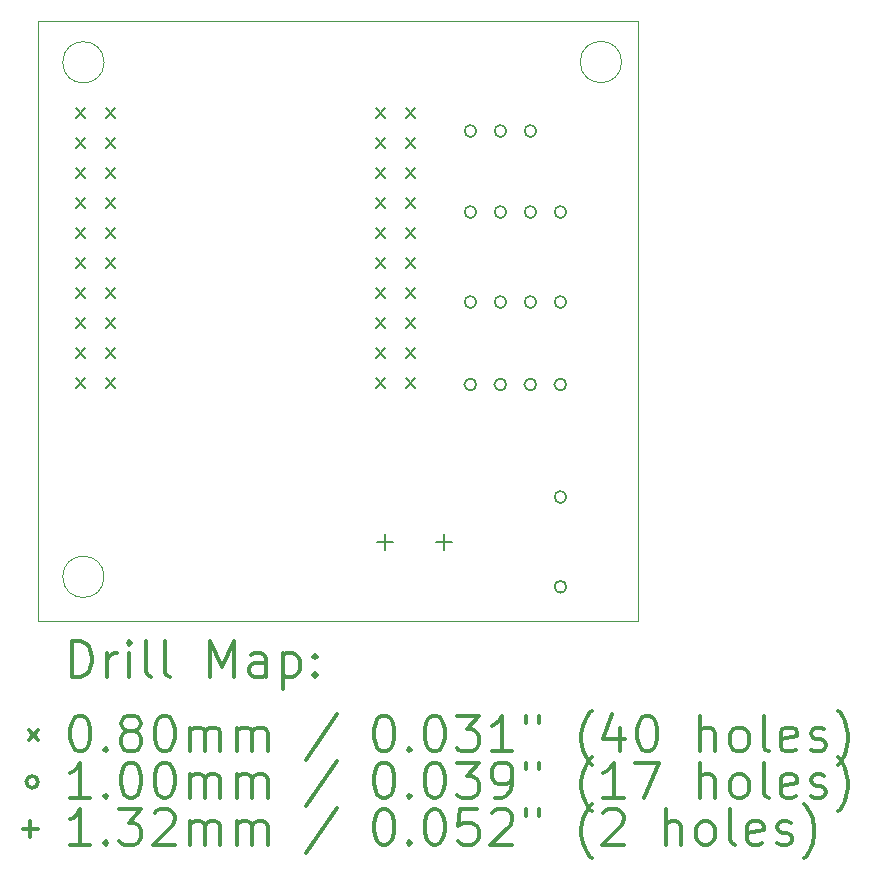
<source format=gbr>
%FSLAX45Y45*%
G04 Gerber Fmt 4.5, Leading zero omitted, Abs format (unit mm)*
G04 Created by KiCad (PCBNEW (5.1.5)-3) date 2023-03-15 23:12:14*
%MOMM*%
%LPD*%
G04 APERTURE LIST*
%TA.AperFunction,Profile*%
%ADD10C,0.050000*%
%TD*%
%ADD11C,0.200000*%
%ADD12C,0.300000*%
G04 APERTURE END LIST*
D10*
X14526000Y-7965700D02*
G75*
G03X14526000Y-7965700I-175000J0D01*
G01*
X14526000Y-12321800D02*
G75*
G03X14526000Y-12321800I-175000J0D01*
G01*
X18907500Y-7962900D02*
G75*
G03X18907500Y-7962900I-175000J0D01*
G01*
X13970000Y-7620000D02*
X13970000Y-12700000D01*
X19050000Y-7620000D02*
X13970000Y-7620000D01*
X19050000Y-12700000D02*
X19050000Y-7620000D01*
X13970000Y-12700000D02*
X19050000Y-12700000D01*
D11*
X14285600Y-8354700D02*
X14365600Y-8434700D01*
X14365600Y-8354700D02*
X14285600Y-8434700D01*
X14285600Y-8608700D02*
X14365600Y-8688700D01*
X14365600Y-8608700D02*
X14285600Y-8688700D01*
X14285600Y-8862700D02*
X14365600Y-8942700D01*
X14365600Y-8862700D02*
X14285600Y-8942700D01*
X14285600Y-9116700D02*
X14365600Y-9196700D01*
X14365600Y-9116700D02*
X14285600Y-9196700D01*
X14285600Y-9370700D02*
X14365600Y-9450700D01*
X14365600Y-9370700D02*
X14285600Y-9450700D01*
X14285600Y-9624700D02*
X14365600Y-9704700D01*
X14365600Y-9624700D02*
X14285600Y-9704700D01*
X14285600Y-9878700D02*
X14365600Y-9958700D01*
X14365600Y-9878700D02*
X14285600Y-9958700D01*
X14285600Y-10132700D02*
X14365600Y-10212700D01*
X14365600Y-10132700D02*
X14285600Y-10212700D01*
X14285600Y-10386700D02*
X14365600Y-10466700D01*
X14365600Y-10386700D02*
X14285600Y-10466700D01*
X14285600Y-10640700D02*
X14365600Y-10720700D01*
X14365600Y-10640700D02*
X14285600Y-10720700D01*
X14539600Y-8354700D02*
X14619600Y-8434700D01*
X14619600Y-8354700D02*
X14539600Y-8434700D01*
X14539600Y-8608700D02*
X14619600Y-8688700D01*
X14619600Y-8608700D02*
X14539600Y-8688700D01*
X14539600Y-8862700D02*
X14619600Y-8942700D01*
X14619600Y-8862700D02*
X14539600Y-8942700D01*
X14539600Y-9116700D02*
X14619600Y-9196700D01*
X14619600Y-9116700D02*
X14539600Y-9196700D01*
X14539600Y-9370700D02*
X14619600Y-9450700D01*
X14619600Y-9370700D02*
X14539600Y-9450700D01*
X14539600Y-9624700D02*
X14619600Y-9704700D01*
X14619600Y-9624700D02*
X14539600Y-9704700D01*
X14539600Y-9878700D02*
X14619600Y-9958700D01*
X14619600Y-9878700D02*
X14539600Y-9958700D01*
X14539600Y-10132700D02*
X14619600Y-10212700D01*
X14619600Y-10132700D02*
X14539600Y-10212700D01*
X14539600Y-10386700D02*
X14619600Y-10466700D01*
X14619600Y-10386700D02*
X14539600Y-10466700D01*
X14539600Y-10640700D02*
X14619600Y-10720700D01*
X14619600Y-10640700D02*
X14539600Y-10720700D01*
X16825600Y-8354700D02*
X16905600Y-8434700D01*
X16905600Y-8354700D02*
X16825600Y-8434700D01*
X16825600Y-8608700D02*
X16905600Y-8688700D01*
X16905600Y-8608700D02*
X16825600Y-8688700D01*
X16825600Y-8862700D02*
X16905600Y-8942700D01*
X16905600Y-8862700D02*
X16825600Y-8942700D01*
X16825600Y-9116700D02*
X16905600Y-9196700D01*
X16905600Y-9116700D02*
X16825600Y-9196700D01*
X16825600Y-9370700D02*
X16905600Y-9450700D01*
X16905600Y-9370700D02*
X16825600Y-9450700D01*
X16825600Y-9624700D02*
X16905600Y-9704700D01*
X16905600Y-9624700D02*
X16825600Y-9704700D01*
X16825600Y-9878700D02*
X16905600Y-9958700D01*
X16905600Y-9878700D02*
X16825600Y-9958700D01*
X16825600Y-10132700D02*
X16905600Y-10212700D01*
X16905600Y-10132700D02*
X16825600Y-10212700D01*
X16825600Y-10386700D02*
X16905600Y-10466700D01*
X16905600Y-10386700D02*
X16825600Y-10466700D01*
X16825600Y-10640700D02*
X16905600Y-10720700D01*
X16905600Y-10640700D02*
X16825600Y-10720700D01*
X17079600Y-8354700D02*
X17159600Y-8434700D01*
X17159600Y-8354700D02*
X17079600Y-8434700D01*
X17079600Y-8608700D02*
X17159600Y-8688700D01*
X17159600Y-8608700D02*
X17079600Y-8688700D01*
X17079600Y-8862700D02*
X17159600Y-8942700D01*
X17159600Y-8862700D02*
X17079600Y-8942700D01*
X17079600Y-9116700D02*
X17159600Y-9196700D01*
X17159600Y-9116700D02*
X17079600Y-9196700D01*
X17079600Y-9370700D02*
X17159600Y-9450700D01*
X17159600Y-9370700D02*
X17079600Y-9450700D01*
X17079600Y-9624700D02*
X17159600Y-9704700D01*
X17159600Y-9624700D02*
X17079600Y-9704700D01*
X17079600Y-9878700D02*
X17159600Y-9958700D01*
X17159600Y-9878700D02*
X17079600Y-9958700D01*
X17079600Y-10132700D02*
X17159600Y-10212700D01*
X17159600Y-10132700D02*
X17079600Y-10212700D01*
X17079600Y-10386700D02*
X17159600Y-10466700D01*
X17159600Y-10386700D02*
X17079600Y-10466700D01*
X17079600Y-10640700D02*
X17159600Y-10720700D01*
X17159600Y-10640700D02*
X17079600Y-10720700D01*
X17677600Y-8547100D02*
G75*
G03X17677600Y-8547100I-50000J0D01*
G01*
X17931600Y-8547100D02*
G75*
G03X17931600Y-8547100I-50000J0D01*
G01*
X18185600Y-8547100D02*
G75*
G03X18185600Y-8547100I-50000J0D01*
G01*
X17677600Y-10693400D02*
G75*
G03X17677600Y-10693400I-50000J0D01*
G01*
X17931600Y-10693400D02*
G75*
G03X17931600Y-10693400I-50000J0D01*
G01*
X18185600Y-10693400D02*
G75*
G03X18185600Y-10693400I-50000J0D01*
G01*
X18439600Y-10693400D02*
G75*
G03X18439600Y-10693400I-50000J0D01*
G01*
X18439600Y-11645900D02*
G75*
G03X18439600Y-11645900I-50000J0D01*
G01*
X18439600Y-12405900D02*
G75*
G03X18439600Y-12405900I-50000J0D01*
G01*
X17677600Y-9232900D02*
G75*
G03X17677600Y-9232900I-50000J0D01*
G01*
X17931600Y-9232900D02*
G75*
G03X17931600Y-9232900I-50000J0D01*
G01*
X18185600Y-9232900D02*
G75*
G03X18185600Y-9232900I-50000J0D01*
G01*
X18439600Y-9232900D02*
G75*
G03X18439600Y-9232900I-50000J0D01*
G01*
X17677600Y-9994900D02*
G75*
G03X17677600Y-9994900I-50000J0D01*
G01*
X17931600Y-9994900D02*
G75*
G03X17931600Y-9994900I-50000J0D01*
G01*
X18185600Y-9994900D02*
G75*
G03X18185600Y-9994900I-50000J0D01*
G01*
X18439600Y-9994900D02*
G75*
G03X18439600Y-9994900I-50000J0D01*
G01*
X16903700Y-11960900D02*
X16903700Y-12092900D01*
X16837700Y-12026900D02*
X16969700Y-12026900D01*
X17403700Y-11960900D02*
X17403700Y-12092900D01*
X17337700Y-12026900D02*
X17469700Y-12026900D01*
D12*
X14253928Y-13168214D02*
X14253928Y-12868214D01*
X14325357Y-12868214D01*
X14368214Y-12882500D01*
X14396786Y-12911071D01*
X14411071Y-12939643D01*
X14425357Y-12996786D01*
X14425357Y-13039643D01*
X14411071Y-13096786D01*
X14396786Y-13125357D01*
X14368214Y-13153929D01*
X14325357Y-13168214D01*
X14253928Y-13168214D01*
X14553928Y-13168214D02*
X14553928Y-12968214D01*
X14553928Y-13025357D02*
X14568214Y-12996786D01*
X14582500Y-12982500D01*
X14611071Y-12968214D01*
X14639643Y-12968214D01*
X14739643Y-13168214D02*
X14739643Y-12968214D01*
X14739643Y-12868214D02*
X14725357Y-12882500D01*
X14739643Y-12896786D01*
X14753928Y-12882500D01*
X14739643Y-12868214D01*
X14739643Y-12896786D01*
X14925357Y-13168214D02*
X14896786Y-13153929D01*
X14882500Y-13125357D01*
X14882500Y-12868214D01*
X15082500Y-13168214D02*
X15053928Y-13153929D01*
X15039643Y-13125357D01*
X15039643Y-12868214D01*
X15425357Y-13168214D02*
X15425357Y-12868214D01*
X15525357Y-13082500D01*
X15625357Y-12868214D01*
X15625357Y-13168214D01*
X15896786Y-13168214D02*
X15896786Y-13011071D01*
X15882500Y-12982500D01*
X15853928Y-12968214D01*
X15796786Y-12968214D01*
X15768214Y-12982500D01*
X15896786Y-13153929D02*
X15868214Y-13168214D01*
X15796786Y-13168214D01*
X15768214Y-13153929D01*
X15753928Y-13125357D01*
X15753928Y-13096786D01*
X15768214Y-13068214D01*
X15796786Y-13053929D01*
X15868214Y-13053929D01*
X15896786Y-13039643D01*
X16039643Y-12968214D02*
X16039643Y-13268214D01*
X16039643Y-12982500D02*
X16068214Y-12968214D01*
X16125357Y-12968214D01*
X16153928Y-12982500D01*
X16168214Y-12996786D01*
X16182500Y-13025357D01*
X16182500Y-13111071D01*
X16168214Y-13139643D01*
X16153928Y-13153929D01*
X16125357Y-13168214D01*
X16068214Y-13168214D01*
X16039643Y-13153929D01*
X16311071Y-13139643D02*
X16325357Y-13153929D01*
X16311071Y-13168214D01*
X16296786Y-13153929D01*
X16311071Y-13139643D01*
X16311071Y-13168214D01*
X16311071Y-12982500D02*
X16325357Y-12996786D01*
X16311071Y-13011071D01*
X16296786Y-12996786D01*
X16311071Y-12982500D01*
X16311071Y-13011071D01*
X13887500Y-13622500D02*
X13967500Y-13702500D01*
X13967500Y-13622500D02*
X13887500Y-13702500D01*
X14311071Y-13498214D02*
X14339643Y-13498214D01*
X14368214Y-13512500D01*
X14382500Y-13526786D01*
X14396786Y-13555357D01*
X14411071Y-13612500D01*
X14411071Y-13683929D01*
X14396786Y-13741071D01*
X14382500Y-13769643D01*
X14368214Y-13783929D01*
X14339643Y-13798214D01*
X14311071Y-13798214D01*
X14282500Y-13783929D01*
X14268214Y-13769643D01*
X14253928Y-13741071D01*
X14239643Y-13683929D01*
X14239643Y-13612500D01*
X14253928Y-13555357D01*
X14268214Y-13526786D01*
X14282500Y-13512500D01*
X14311071Y-13498214D01*
X14539643Y-13769643D02*
X14553928Y-13783929D01*
X14539643Y-13798214D01*
X14525357Y-13783929D01*
X14539643Y-13769643D01*
X14539643Y-13798214D01*
X14725357Y-13626786D02*
X14696786Y-13612500D01*
X14682500Y-13598214D01*
X14668214Y-13569643D01*
X14668214Y-13555357D01*
X14682500Y-13526786D01*
X14696786Y-13512500D01*
X14725357Y-13498214D01*
X14782500Y-13498214D01*
X14811071Y-13512500D01*
X14825357Y-13526786D01*
X14839643Y-13555357D01*
X14839643Y-13569643D01*
X14825357Y-13598214D01*
X14811071Y-13612500D01*
X14782500Y-13626786D01*
X14725357Y-13626786D01*
X14696786Y-13641071D01*
X14682500Y-13655357D01*
X14668214Y-13683929D01*
X14668214Y-13741071D01*
X14682500Y-13769643D01*
X14696786Y-13783929D01*
X14725357Y-13798214D01*
X14782500Y-13798214D01*
X14811071Y-13783929D01*
X14825357Y-13769643D01*
X14839643Y-13741071D01*
X14839643Y-13683929D01*
X14825357Y-13655357D01*
X14811071Y-13641071D01*
X14782500Y-13626786D01*
X15025357Y-13498214D02*
X15053928Y-13498214D01*
X15082500Y-13512500D01*
X15096786Y-13526786D01*
X15111071Y-13555357D01*
X15125357Y-13612500D01*
X15125357Y-13683929D01*
X15111071Y-13741071D01*
X15096786Y-13769643D01*
X15082500Y-13783929D01*
X15053928Y-13798214D01*
X15025357Y-13798214D01*
X14996786Y-13783929D01*
X14982500Y-13769643D01*
X14968214Y-13741071D01*
X14953928Y-13683929D01*
X14953928Y-13612500D01*
X14968214Y-13555357D01*
X14982500Y-13526786D01*
X14996786Y-13512500D01*
X15025357Y-13498214D01*
X15253928Y-13798214D02*
X15253928Y-13598214D01*
X15253928Y-13626786D02*
X15268214Y-13612500D01*
X15296786Y-13598214D01*
X15339643Y-13598214D01*
X15368214Y-13612500D01*
X15382500Y-13641071D01*
X15382500Y-13798214D01*
X15382500Y-13641071D02*
X15396786Y-13612500D01*
X15425357Y-13598214D01*
X15468214Y-13598214D01*
X15496786Y-13612500D01*
X15511071Y-13641071D01*
X15511071Y-13798214D01*
X15653928Y-13798214D02*
X15653928Y-13598214D01*
X15653928Y-13626786D02*
X15668214Y-13612500D01*
X15696786Y-13598214D01*
X15739643Y-13598214D01*
X15768214Y-13612500D01*
X15782500Y-13641071D01*
X15782500Y-13798214D01*
X15782500Y-13641071D02*
X15796786Y-13612500D01*
X15825357Y-13598214D01*
X15868214Y-13598214D01*
X15896786Y-13612500D01*
X15911071Y-13641071D01*
X15911071Y-13798214D01*
X16496786Y-13483929D02*
X16239643Y-13869643D01*
X16882500Y-13498214D02*
X16911071Y-13498214D01*
X16939643Y-13512500D01*
X16953928Y-13526786D01*
X16968214Y-13555357D01*
X16982500Y-13612500D01*
X16982500Y-13683929D01*
X16968214Y-13741071D01*
X16953928Y-13769643D01*
X16939643Y-13783929D01*
X16911071Y-13798214D01*
X16882500Y-13798214D01*
X16853928Y-13783929D01*
X16839643Y-13769643D01*
X16825357Y-13741071D01*
X16811071Y-13683929D01*
X16811071Y-13612500D01*
X16825357Y-13555357D01*
X16839643Y-13526786D01*
X16853928Y-13512500D01*
X16882500Y-13498214D01*
X17111071Y-13769643D02*
X17125357Y-13783929D01*
X17111071Y-13798214D01*
X17096786Y-13783929D01*
X17111071Y-13769643D01*
X17111071Y-13798214D01*
X17311071Y-13498214D02*
X17339643Y-13498214D01*
X17368214Y-13512500D01*
X17382500Y-13526786D01*
X17396786Y-13555357D01*
X17411071Y-13612500D01*
X17411071Y-13683929D01*
X17396786Y-13741071D01*
X17382500Y-13769643D01*
X17368214Y-13783929D01*
X17339643Y-13798214D01*
X17311071Y-13798214D01*
X17282500Y-13783929D01*
X17268214Y-13769643D01*
X17253928Y-13741071D01*
X17239643Y-13683929D01*
X17239643Y-13612500D01*
X17253928Y-13555357D01*
X17268214Y-13526786D01*
X17282500Y-13512500D01*
X17311071Y-13498214D01*
X17511071Y-13498214D02*
X17696786Y-13498214D01*
X17596786Y-13612500D01*
X17639643Y-13612500D01*
X17668214Y-13626786D01*
X17682500Y-13641071D01*
X17696786Y-13669643D01*
X17696786Y-13741071D01*
X17682500Y-13769643D01*
X17668214Y-13783929D01*
X17639643Y-13798214D01*
X17553928Y-13798214D01*
X17525357Y-13783929D01*
X17511071Y-13769643D01*
X17982500Y-13798214D02*
X17811071Y-13798214D01*
X17896786Y-13798214D02*
X17896786Y-13498214D01*
X17868214Y-13541071D01*
X17839643Y-13569643D01*
X17811071Y-13583929D01*
X18096786Y-13498214D02*
X18096786Y-13555357D01*
X18211071Y-13498214D02*
X18211071Y-13555357D01*
X18653928Y-13912500D02*
X18639643Y-13898214D01*
X18611071Y-13855357D01*
X18596786Y-13826786D01*
X18582500Y-13783929D01*
X18568214Y-13712500D01*
X18568214Y-13655357D01*
X18582500Y-13583929D01*
X18596786Y-13541071D01*
X18611071Y-13512500D01*
X18639643Y-13469643D01*
X18653928Y-13455357D01*
X18896786Y-13598214D02*
X18896786Y-13798214D01*
X18825357Y-13483929D02*
X18753928Y-13698214D01*
X18939643Y-13698214D01*
X19111071Y-13498214D02*
X19139643Y-13498214D01*
X19168214Y-13512500D01*
X19182500Y-13526786D01*
X19196786Y-13555357D01*
X19211071Y-13612500D01*
X19211071Y-13683929D01*
X19196786Y-13741071D01*
X19182500Y-13769643D01*
X19168214Y-13783929D01*
X19139643Y-13798214D01*
X19111071Y-13798214D01*
X19082500Y-13783929D01*
X19068214Y-13769643D01*
X19053928Y-13741071D01*
X19039643Y-13683929D01*
X19039643Y-13612500D01*
X19053928Y-13555357D01*
X19068214Y-13526786D01*
X19082500Y-13512500D01*
X19111071Y-13498214D01*
X19568214Y-13798214D02*
X19568214Y-13498214D01*
X19696786Y-13798214D02*
X19696786Y-13641071D01*
X19682500Y-13612500D01*
X19653928Y-13598214D01*
X19611071Y-13598214D01*
X19582500Y-13612500D01*
X19568214Y-13626786D01*
X19882500Y-13798214D02*
X19853928Y-13783929D01*
X19839643Y-13769643D01*
X19825357Y-13741071D01*
X19825357Y-13655357D01*
X19839643Y-13626786D01*
X19853928Y-13612500D01*
X19882500Y-13598214D01*
X19925357Y-13598214D01*
X19953928Y-13612500D01*
X19968214Y-13626786D01*
X19982500Y-13655357D01*
X19982500Y-13741071D01*
X19968214Y-13769643D01*
X19953928Y-13783929D01*
X19925357Y-13798214D01*
X19882500Y-13798214D01*
X20153928Y-13798214D02*
X20125357Y-13783929D01*
X20111071Y-13755357D01*
X20111071Y-13498214D01*
X20382500Y-13783929D02*
X20353928Y-13798214D01*
X20296786Y-13798214D01*
X20268214Y-13783929D01*
X20253928Y-13755357D01*
X20253928Y-13641071D01*
X20268214Y-13612500D01*
X20296786Y-13598214D01*
X20353928Y-13598214D01*
X20382500Y-13612500D01*
X20396786Y-13641071D01*
X20396786Y-13669643D01*
X20253928Y-13698214D01*
X20511071Y-13783929D02*
X20539643Y-13798214D01*
X20596786Y-13798214D01*
X20625357Y-13783929D01*
X20639643Y-13755357D01*
X20639643Y-13741071D01*
X20625357Y-13712500D01*
X20596786Y-13698214D01*
X20553928Y-13698214D01*
X20525357Y-13683929D01*
X20511071Y-13655357D01*
X20511071Y-13641071D01*
X20525357Y-13612500D01*
X20553928Y-13598214D01*
X20596786Y-13598214D01*
X20625357Y-13612500D01*
X20739643Y-13912500D02*
X20753928Y-13898214D01*
X20782500Y-13855357D01*
X20796786Y-13826786D01*
X20811071Y-13783929D01*
X20825357Y-13712500D01*
X20825357Y-13655357D01*
X20811071Y-13583929D01*
X20796786Y-13541071D01*
X20782500Y-13512500D01*
X20753928Y-13469643D01*
X20739643Y-13455357D01*
X13967500Y-14058500D02*
G75*
G03X13967500Y-14058500I-50000J0D01*
G01*
X14411071Y-14194214D02*
X14239643Y-14194214D01*
X14325357Y-14194214D02*
X14325357Y-13894214D01*
X14296786Y-13937071D01*
X14268214Y-13965643D01*
X14239643Y-13979929D01*
X14539643Y-14165643D02*
X14553928Y-14179929D01*
X14539643Y-14194214D01*
X14525357Y-14179929D01*
X14539643Y-14165643D01*
X14539643Y-14194214D01*
X14739643Y-13894214D02*
X14768214Y-13894214D01*
X14796786Y-13908500D01*
X14811071Y-13922786D01*
X14825357Y-13951357D01*
X14839643Y-14008500D01*
X14839643Y-14079929D01*
X14825357Y-14137071D01*
X14811071Y-14165643D01*
X14796786Y-14179929D01*
X14768214Y-14194214D01*
X14739643Y-14194214D01*
X14711071Y-14179929D01*
X14696786Y-14165643D01*
X14682500Y-14137071D01*
X14668214Y-14079929D01*
X14668214Y-14008500D01*
X14682500Y-13951357D01*
X14696786Y-13922786D01*
X14711071Y-13908500D01*
X14739643Y-13894214D01*
X15025357Y-13894214D02*
X15053928Y-13894214D01*
X15082500Y-13908500D01*
X15096786Y-13922786D01*
X15111071Y-13951357D01*
X15125357Y-14008500D01*
X15125357Y-14079929D01*
X15111071Y-14137071D01*
X15096786Y-14165643D01*
X15082500Y-14179929D01*
X15053928Y-14194214D01*
X15025357Y-14194214D01*
X14996786Y-14179929D01*
X14982500Y-14165643D01*
X14968214Y-14137071D01*
X14953928Y-14079929D01*
X14953928Y-14008500D01*
X14968214Y-13951357D01*
X14982500Y-13922786D01*
X14996786Y-13908500D01*
X15025357Y-13894214D01*
X15253928Y-14194214D02*
X15253928Y-13994214D01*
X15253928Y-14022786D02*
X15268214Y-14008500D01*
X15296786Y-13994214D01*
X15339643Y-13994214D01*
X15368214Y-14008500D01*
X15382500Y-14037071D01*
X15382500Y-14194214D01*
X15382500Y-14037071D02*
X15396786Y-14008500D01*
X15425357Y-13994214D01*
X15468214Y-13994214D01*
X15496786Y-14008500D01*
X15511071Y-14037071D01*
X15511071Y-14194214D01*
X15653928Y-14194214D02*
X15653928Y-13994214D01*
X15653928Y-14022786D02*
X15668214Y-14008500D01*
X15696786Y-13994214D01*
X15739643Y-13994214D01*
X15768214Y-14008500D01*
X15782500Y-14037071D01*
X15782500Y-14194214D01*
X15782500Y-14037071D02*
X15796786Y-14008500D01*
X15825357Y-13994214D01*
X15868214Y-13994214D01*
X15896786Y-14008500D01*
X15911071Y-14037071D01*
X15911071Y-14194214D01*
X16496786Y-13879929D02*
X16239643Y-14265643D01*
X16882500Y-13894214D02*
X16911071Y-13894214D01*
X16939643Y-13908500D01*
X16953928Y-13922786D01*
X16968214Y-13951357D01*
X16982500Y-14008500D01*
X16982500Y-14079929D01*
X16968214Y-14137071D01*
X16953928Y-14165643D01*
X16939643Y-14179929D01*
X16911071Y-14194214D01*
X16882500Y-14194214D01*
X16853928Y-14179929D01*
X16839643Y-14165643D01*
X16825357Y-14137071D01*
X16811071Y-14079929D01*
X16811071Y-14008500D01*
X16825357Y-13951357D01*
X16839643Y-13922786D01*
X16853928Y-13908500D01*
X16882500Y-13894214D01*
X17111071Y-14165643D02*
X17125357Y-14179929D01*
X17111071Y-14194214D01*
X17096786Y-14179929D01*
X17111071Y-14165643D01*
X17111071Y-14194214D01*
X17311071Y-13894214D02*
X17339643Y-13894214D01*
X17368214Y-13908500D01*
X17382500Y-13922786D01*
X17396786Y-13951357D01*
X17411071Y-14008500D01*
X17411071Y-14079929D01*
X17396786Y-14137071D01*
X17382500Y-14165643D01*
X17368214Y-14179929D01*
X17339643Y-14194214D01*
X17311071Y-14194214D01*
X17282500Y-14179929D01*
X17268214Y-14165643D01*
X17253928Y-14137071D01*
X17239643Y-14079929D01*
X17239643Y-14008500D01*
X17253928Y-13951357D01*
X17268214Y-13922786D01*
X17282500Y-13908500D01*
X17311071Y-13894214D01*
X17511071Y-13894214D02*
X17696786Y-13894214D01*
X17596786Y-14008500D01*
X17639643Y-14008500D01*
X17668214Y-14022786D01*
X17682500Y-14037071D01*
X17696786Y-14065643D01*
X17696786Y-14137071D01*
X17682500Y-14165643D01*
X17668214Y-14179929D01*
X17639643Y-14194214D01*
X17553928Y-14194214D01*
X17525357Y-14179929D01*
X17511071Y-14165643D01*
X17839643Y-14194214D02*
X17896786Y-14194214D01*
X17925357Y-14179929D01*
X17939643Y-14165643D01*
X17968214Y-14122786D01*
X17982500Y-14065643D01*
X17982500Y-13951357D01*
X17968214Y-13922786D01*
X17953928Y-13908500D01*
X17925357Y-13894214D01*
X17868214Y-13894214D01*
X17839643Y-13908500D01*
X17825357Y-13922786D01*
X17811071Y-13951357D01*
X17811071Y-14022786D01*
X17825357Y-14051357D01*
X17839643Y-14065643D01*
X17868214Y-14079929D01*
X17925357Y-14079929D01*
X17953928Y-14065643D01*
X17968214Y-14051357D01*
X17982500Y-14022786D01*
X18096786Y-13894214D02*
X18096786Y-13951357D01*
X18211071Y-13894214D02*
X18211071Y-13951357D01*
X18653928Y-14308500D02*
X18639643Y-14294214D01*
X18611071Y-14251357D01*
X18596786Y-14222786D01*
X18582500Y-14179929D01*
X18568214Y-14108500D01*
X18568214Y-14051357D01*
X18582500Y-13979929D01*
X18596786Y-13937071D01*
X18611071Y-13908500D01*
X18639643Y-13865643D01*
X18653928Y-13851357D01*
X18925357Y-14194214D02*
X18753928Y-14194214D01*
X18839643Y-14194214D02*
X18839643Y-13894214D01*
X18811071Y-13937071D01*
X18782500Y-13965643D01*
X18753928Y-13979929D01*
X19025357Y-13894214D02*
X19225357Y-13894214D01*
X19096786Y-14194214D01*
X19568214Y-14194214D02*
X19568214Y-13894214D01*
X19696786Y-14194214D02*
X19696786Y-14037071D01*
X19682500Y-14008500D01*
X19653928Y-13994214D01*
X19611071Y-13994214D01*
X19582500Y-14008500D01*
X19568214Y-14022786D01*
X19882500Y-14194214D02*
X19853928Y-14179929D01*
X19839643Y-14165643D01*
X19825357Y-14137071D01*
X19825357Y-14051357D01*
X19839643Y-14022786D01*
X19853928Y-14008500D01*
X19882500Y-13994214D01*
X19925357Y-13994214D01*
X19953928Y-14008500D01*
X19968214Y-14022786D01*
X19982500Y-14051357D01*
X19982500Y-14137071D01*
X19968214Y-14165643D01*
X19953928Y-14179929D01*
X19925357Y-14194214D01*
X19882500Y-14194214D01*
X20153928Y-14194214D02*
X20125357Y-14179929D01*
X20111071Y-14151357D01*
X20111071Y-13894214D01*
X20382500Y-14179929D02*
X20353928Y-14194214D01*
X20296786Y-14194214D01*
X20268214Y-14179929D01*
X20253928Y-14151357D01*
X20253928Y-14037071D01*
X20268214Y-14008500D01*
X20296786Y-13994214D01*
X20353928Y-13994214D01*
X20382500Y-14008500D01*
X20396786Y-14037071D01*
X20396786Y-14065643D01*
X20253928Y-14094214D01*
X20511071Y-14179929D02*
X20539643Y-14194214D01*
X20596786Y-14194214D01*
X20625357Y-14179929D01*
X20639643Y-14151357D01*
X20639643Y-14137071D01*
X20625357Y-14108500D01*
X20596786Y-14094214D01*
X20553928Y-14094214D01*
X20525357Y-14079929D01*
X20511071Y-14051357D01*
X20511071Y-14037071D01*
X20525357Y-14008500D01*
X20553928Y-13994214D01*
X20596786Y-13994214D01*
X20625357Y-14008500D01*
X20739643Y-14308500D02*
X20753928Y-14294214D01*
X20782500Y-14251357D01*
X20796786Y-14222786D01*
X20811071Y-14179929D01*
X20825357Y-14108500D01*
X20825357Y-14051357D01*
X20811071Y-13979929D01*
X20796786Y-13937071D01*
X20782500Y-13908500D01*
X20753928Y-13865643D01*
X20739643Y-13851357D01*
X13901500Y-14388500D02*
X13901500Y-14520500D01*
X13835500Y-14454500D02*
X13967500Y-14454500D01*
X14411071Y-14590214D02*
X14239643Y-14590214D01*
X14325357Y-14590214D02*
X14325357Y-14290214D01*
X14296786Y-14333071D01*
X14268214Y-14361643D01*
X14239643Y-14375929D01*
X14539643Y-14561643D02*
X14553928Y-14575929D01*
X14539643Y-14590214D01*
X14525357Y-14575929D01*
X14539643Y-14561643D01*
X14539643Y-14590214D01*
X14653928Y-14290214D02*
X14839643Y-14290214D01*
X14739643Y-14404500D01*
X14782500Y-14404500D01*
X14811071Y-14418786D01*
X14825357Y-14433071D01*
X14839643Y-14461643D01*
X14839643Y-14533071D01*
X14825357Y-14561643D01*
X14811071Y-14575929D01*
X14782500Y-14590214D01*
X14696786Y-14590214D01*
X14668214Y-14575929D01*
X14653928Y-14561643D01*
X14953928Y-14318786D02*
X14968214Y-14304500D01*
X14996786Y-14290214D01*
X15068214Y-14290214D01*
X15096786Y-14304500D01*
X15111071Y-14318786D01*
X15125357Y-14347357D01*
X15125357Y-14375929D01*
X15111071Y-14418786D01*
X14939643Y-14590214D01*
X15125357Y-14590214D01*
X15253928Y-14590214D02*
X15253928Y-14390214D01*
X15253928Y-14418786D02*
X15268214Y-14404500D01*
X15296786Y-14390214D01*
X15339643Y-14390214D01*
X15368214Y-14404500D01*
X15382500Y-14433071D01*
X15382500Y-14590214D01*
X15382500Y-14433071D02*
X15396786Y-14404500D01*
X15425357Y-14390214D01*
X15468214Y-14390214D01*
X15496786Y-14404500D01*
X15511071Y-14433071D01*
X15511071Y-14590214D01*
X15653928Y-14590214D02*
X15653928Y-14390214D01*
X15653928Y-14418786D02*
X15668214Y-14404500D01*
X15696786Y-14390214D01*
X15739643Y-14390214D01*
X15768214Y-14404500D01*
X15782500Y-14433071D01*
X15782500Y-14590214D01*
X15782500Y-14433071D02*
X15796786Y-14404500D01*
X15825357Y-14390214D01*
X15868214Y-14390214D01*
X15896786Y-14404500D01*
X15911071Y-14433071D01*
X15911071Y-14590214D01*
X16496786Y-14275929D02*
X16239643Y-14661643D01*
X16882500Y-14290214D02*
X16911071Y-14290214D01*
X16939643Y-14304500D01*
X16953928Y-14318786D01*
X16968214Y-14347357D01*
X16982500Y-14404500D01*
X16982500Y-14475929D01*
X16968214Y-14533071D01*
X16953928Y-14561643D01*
X16939643Y-14575929D01*
X16911071Y-14590214D01*
X16882500Y-14590214D01*
X16853928Y-14575929D01*
X16839643Y-14561643D01*
X16825357Y-14533071D01*
X16811071Y-14475929D01*
X16811071Y-14404500D01*
X16825357Y-14347357D01*
X16839643Y-14318786D01*
X16853928Y-14304500D01*
X16882500Y-14290214D01*
X17111071Y-14561643D02*
X17125357Y-14575929D01*
X17111071Y-14590214D01*
X17096786Y-14575929D01*
X17111071Y-14561643D01*
X17111071Y-14590214D01*
X17311071Y-14290214D02*
X17339643Y-14290214D01*
X17368214Y-14304500D01*
X17382500Y-14318786D01*
X17396786Y-14347357D01*
X17411071Y-14404500D01*
X17411071Y-14475929D01*
X17396786Y-14533071D01*
X17382500Y-14561643D01*
X17368214Y-14575929D01*
X17339643Y-14590214D01*
X17311071Y-14590214D01*
X17282500Y-14575929D01*
X17268214Y-14561643D01*
X17253928Y-14533071D01*
X17239643Y-14475929D01*
X17239643Y-14404500D01*
X17253928Y-14347357D01*
X17268214Y-14318786D01*
X17282500Y-14304500D01*
X17311071Y-14290214D01*
X17682500Y-14290214D02*
X17539643Y-14290214D01*
X17525357Y-14433071D01*
X17539643Y-14418786D01*
X17568214Y-14404500D01*
X17639643Y-14404500D01*
X17668214Y-14418786D01*
X17682500Y-14433071D01*
X17696786Y-14461643D01*
X17696786Y-14533071D01*
X17682500Y-14561643D01*
X17668214Y-14575929D01*
X17639643Y-14590214D01*
X17568214Y-14590214D01*
X17539643Y-14575929D01*
X17525357Y-14561643D01*
X17811071Y-14318786D02*
X17825357Y-14304500D01*
X17853928Y-14290214D01*
X17925357Y-14290214D01*
X17953928Y-14304500D01*
X17968214Y-14318786D01*
X17982500Y-14347357D01*
X17982500Y-14375929D01*
X17968214Y-14418786D01*
X17796786Y-14590214D01*
X17982500Y-14590214D01*
X18096786Y-14290214D02*
X18096786Y-14347357D01*
X18211071Y-14290214D02*
X18211071Y-14347357D01*
X18653928Y-14704500D02*
X18639643Y-14690214D01*
X18611071Y-14647357D01*
X18596786Y-14618786D01*
X18582500Y-14575929D01*
X18568214Y-14504500D01*
X18568214Y-14447357D01*
X18582500Y-14375929D01*
X18596786Y-14333071D01*
X18611071Y-14304500D01*
X18639643Y-14261643D01*
X18653928Y-14247357D01*
X18753928Y-14318786D02*
X18768214Y-14304500D01*
X18796786Y-14290214D01*
X18868214Y-14290214D01*
X18896786Y-14304500D01*
X18911071Y-14318786D01*
X18925357Y-14347357D01*
X18925357Y-14375929D01*
X18911071Y-14418786D01*
X18739643Y-14590214D01*
X18925357Y-14590214D01*
X19282500Y-14590214D02*
X19282500Y-14290214D01*
X19411071Y-14590214D02*
X19411071Y-14433071D01*
X19396786Y-14404500D01*
X19368214Y-14390214D01*
X19325357Y-14390214D01*
X19296786Y-14404500D01*
X19282500Y-14418786D01*
X19596786Y-14590214D02*
X19568214Y-14575929D01*
X19553928Y-14561643D01*
X19539643Y-14533071D01*
X19539643Y-14447357D01*
X19553928Y-14418786D01*
X19568214Y-14404500D01*
X19596786Y-14390214D01*
X19639643Y-14390214D01*
X19668214Y-14404500D01*
X19682500Y-14418786D01*
X19696786Y-14447357D01*
X19696786Y-14533071D01*
X19682500Y-14561643D01*
X19668214Y-14575929D01*
X19639643Y-14590214D01*
X19596786Y-14590214D01*
X19868214Y-14590214D02*
X19839643Y-14575929D01*
X19825357Y-14547357D01*
X19825357Y-14290214D01*
X20096786Y-14575929D02*
X20068214Y-14590214D01*
X20011071Y-14590214D01*
X19982500Y-14575929D01*
X19968214Y-14547357D01*
X19968214Y-14433071D01*
X19982500Y-14404500D01*
X20011071Y-14390214D01*
X20068214Y-14390214D01*
X20096786Y-14404500D01*
X20111071Y-14433071D01*
X20111071Y-14461643D01*
X19968214Y-14490214D01*
X20225357Y-14575929D02*
X20253928Y-14590214D01*
X20311071Y-14590214D01*
X20339643Y-14575929D01*
X20353928Y-14547357D01*
X20353928Y-14533071D01*
X20339643Y-14504500D01*
X20311071Y-14490214D01*
X20268214Y-14490214D01*
X20239643Y-14475929D01*
X20225357Y-14447357D01*
X20225357Y-14433071D01*
X20239643Y-14404500D01*
X20268214Y-14390214D01*
X20311071Y-14390214D01*
X20339643Y-14404500D01*
X20453928Y-14704500D02*
X20468214Y-14690214D01*
X20496786Y-14647357D01*
X20511071Y-14618786D01*
X20525357Y-14575929D01*
X20539643Y-14504500D01*
X20539643Y-14447357D01*
X20525357Y-14375929D01*
X20511071Y-14333071D01*
X20496786Y-14304500D01*
X20468214Y-14261643D01*
X20453928Y-14247357D01*
M02*

</source>
